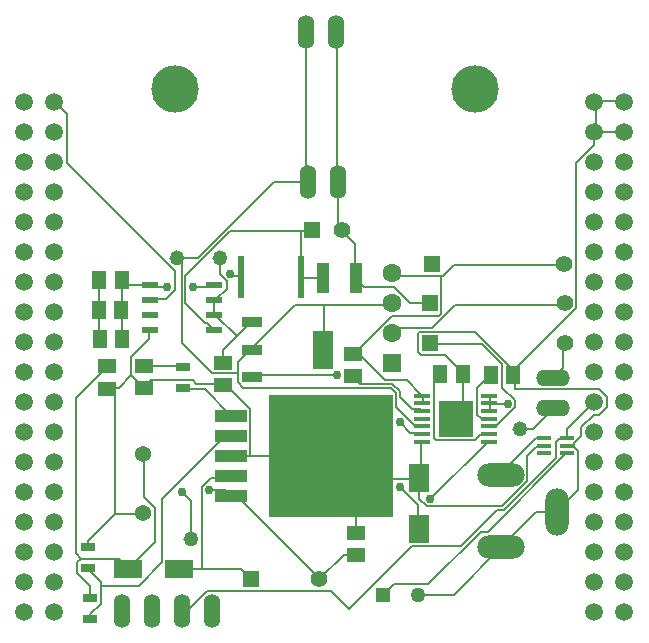
<source format=gtl>
G04*
G04 #@! TF.GenerationSoftware,Altium Limited,Altium Designer,22.8.2 (66)*
G04*
G04 Layer_Physical_Order=1*
G04 Layer_Color=255*
%FSLAX44Y44*%
%MOMM*%
G71*
G04*
G04 #@! TF.SameCoordinates,DB24DA2D-5A1C-4FC3-BAC6-6F5E0011B9E5*
G04*
G04*
G04 #@! TF.FilePolarity,Positive*
G04*
G01*
G75*
%ADD16R,1.1684X0.3556*%
G04:AMPARAMS|DCode=17|XSize=1.27mm|YSize=1.27mm|CornerRadius=0.635mm|HoleSize=0mm|Usage=FLASHONLY|Rotation=0.000|XOffset=0mm|YOffset=0mm|HoleType=Round|Shape=RoundedRectangle|*
%AMROUNDEDRECTD17*
21,1,1.2700,0.0000,0,0,0.0*
21,1,0.0000,1.2700,0,0,0.0*
1,1,1.2700,0.0000,0.0000*
1,1,1.2700,0.0000,0.0000*
1,1,1.2700,0.0000,0.0000*
1,1,1.2700,0.0000,0.0000*
%
%ADD17ROUNDEDRECTD17*%
%ADD18R,1.1057X2.5001*%
%ADD19R,0.5588X3.6068*%
%ADD20R,1.7000X2.3500*%
%ADD21R,1.2954X1.4986*%
%ADD22R,1.4986X1.2954*%
%ADD23R,1.1999X0.8001*%
%ADD24R,2.3299X1.5601*%
%ADD25R,1.4605X0.5334*%
%ADD26R,1.8001X3.1999*%
%ADD27R,1.8001X0.8999*%
%ADD28R,2.9972X3.0988*%
%ADD29R,1.4224X0.3556*%
%ADD30R,10.4648X10.4140*%
%ADD31R,2.6924X1.0160*%
%ADD66C,0.1524*%
%ADD67O,1.4224X2.8448*%
%ADD68C,1.3980*%
%ADD69R,1.3980X1.3980*%
%ADD70O,2.8448X1.4224*%
%ADD71C,1.6052*%
%ADD72R,1.6052X1.6052*%
%ADD73C,1.3970*%
%ADD74R,1.3970X1.3970*%
%ADD75C,1.4224*%
%ADD76R,1.4224X1.4224*%
%ADD77C,4.0051*%
%ADD78C,1.2700*%
%ADD79R,1.2700X1.2700*%
%ADD80C,1.3716*%
%ADD81O,2.0000X4.0000*%
%ADD82O,4.0000X2.0000*%
%ADD83C,1.5080*%
%ADD84C,0.7564*%
D16*
X484251Y158577D02*
D03*
Y165077D02*
D03*
Y171577D02*
D03*
X464693D02*
D03*
Y165077D02*
D03*
Y158577D02*
D03*
D17*
X444754Y179047D02*
D03*
X154178Y323827D02*
D03*
X190500Y324081D02*
D03*
X166370Y85829D02*
D03*
D18*
X306128Y306555D02*
D03*
X278072D02*
D03*
D19*
X259207Y308079D02*
D03*
X208661D02*
D03*
D20*
X359410Y137302D02*
D03*
Y94300D02*
D03*
D21*
X377444Y225529D02*
D03*
X396240D02*
D03*
X420370Y224767D02*
D03*
X439166D02*
D03*
X107696Y254993D02*
D03*
X88900D02*
D03*
X107188Y279631D02*
D03*
X88392D02*
D03*
X107442Y305285D02*
D03*
X88646D02*
D03*
D22*
X303276Y242547D02*
D03*
Y223751D02*
D03*
X193040Y235181D02*
D03*
Y216385D02*
D03*
X126492Y232387D02*
D03*
Y213591D02*
D03*
X306324Y91417D02*
D03*
Y72621D02*
D03*
X95250Y232133D02*
D03*
Y213337D02*
D03*
D23*
X79248Y61590D02*
D03*
Y79588D02*
D03*
X80772Y36154D02*
D03*
Y18156D02*
D03*
X159512Y213736D02*
D03*
Y231734D02*
D03*
D24*
X155765Y60683D02*
D03*
X112966D02*
D03*
D25*
X185991Y300713D02*
D03*
Y288013D02*
D03*
Y275313D02*
D03*
Y262613D02*
D03*
X131509D02*
D03*
Y275313D02*
D03*
Y288013D02*
D03*
Y300713D02*
D03*
D26*
X277904Y246357D02*
D03*
D27*
X217904Y223357D02*
D03*
Y246357D02*
D03*
Y269357D02*
D03*
D28*
X390398Y187937D02*
D03*
D29*
X418846Y207437D02*
D03*
Y200937D02*
D03*
Y194437D02*
D03*
Y187937D02*
D03*
Y181437D02*
D03*
Y174937D02*
D03*
Y168438D02*
D03*
X361950D02*
D03*
Y174937D02*
D03*
Y181437D02*
D03*
Y187937D02*
D03*
Y194437D02*
D03*
Y200937D02*
D03*
Y207437D02*
D03*
D30*
X284480Y156187D02*
D03*
D31*
X200152Y122151D02*
D03*
Y139169D02*
D03*
Y156187D02*
D03*
Y173205D02*
D03*
Y190223D02*
D03*
D66*
X472694Y222481D02*
X473964Y223243D01*
X481584Y250675D02*
X482473Y251945D01*
X473964Y223243D02*
X481584Y230863D01*
Y250675D01*
X306128Y306555D02*
X306324Y305539D01*
X367284Y285727D02*
X368173Y285473D01*
X306324Y305539D02*
X312420Y299443D01*
X338328D01*
X352044Y285727D01*
X367284D01*
X289560Y389359D02*
X290830Y388343D01*
X289052Y515089D02*
X289560Y514327D01*
Y389359D02*
Y514327D01*
X292608Y348211D02*
X293878Y347957D01*
X290830Y388343D02*
X291084Y387835D01*
Y349735D02*
X292608Y348211D01*
X291084Y349735D02*
Y387835D01*
X293878Y347957D02*
X294132Y346687D01*
X304800Y307063D02*
X306128Y306555D01*
X294132Y346687D02*
X304800Y336019D01*
Y307063D02*
Y336019D01*
X361188Y175999D02*
X361950Y174937D01*
X342900Y185143D02*
X352044Y175999D01*
X361188D01*
X336550Y260073D02*
X336804Y261343D01*
X481584Y284203D02*
X482473Y285473D01*
X336804Y261343D02*
X339852Y264391D01*
X370332D01*
X390144Y284203D01*
X481584D01*
X217904Y223357D02*
X217932Y224767D01*
X289560D01*
X368173Y251945D02*
X368808Y250675D01*
X418846Y181437D02*
X419100Y182095D01*
X368808Y250675D02*
X413004D01*
X429768Y233911D01*
Y214099D02*
Y233911D01*
Y214099D02*
X440436Y203431D01*
Y197335D02*
Y203431D01*
X425196Y182095D02*
X440436Y197335D01*
X419100Y182095D02*
X425196D01*
X277904Y246357D02*
X278892Y247627D01*
Y284203D01*
X154178Y323827D02*
X158496D01*
Y252199D02*
Y323827D01*
Y252199D02*
X184404Y226291D01*
X205740D01*
X263652Y387835D02*
X265430Y388343D01*
X263652Y514327D02*
Y515089D01*
Y387835D02*
Y514327D01*
X265176Y387835D02*
X265430Y388343D01*
X154178Y323827D02*
X155448D01*
X236220Y387835D02*
X263652D01*
X265176D01*
X172212Y323827D02*
X236220Y387835D01*
X155448Y323827D02*
X158496D01*
X172212D01*
X217904Y246357D02*
X217932Y247627D01*
X335280Y284203D02*
X336550Y285473D01*
X217932Y247627D02*
X254508Y284203D01*
X278892D02*
X335280D01*
X254508D02*
X278892D01*
X216408Y246103D02*
X217904Y246357D01*
X361188Y182095D02*
X361950Y181437D01*
X205740Y235435D02*
X216408Y246103D01*
X205740Y218671D02*
Y226291D01*
Y235435D01*
Y218671D02*
X210312Y214099D01*
X335280D01*
X339852Y209527D01*
Y197335D02*
Y209527D01*
Y197335D02*
X355092Y182095D01*
X361188D01*
X419100Y224767D02*
X420370D01*
X417576Y188191D02*
X418846Y187937D01*
X408432Y214099D02*
X419100Y224767D01*
X408432Y191239D02*
Y214099D01*
Y191239D02*
X411480Y188191D01*
X417576D01*
X376428Y224767D02*
X377444Y225529D01*
X417576Y174475D02*
X418846Y174937D01*
X371856Y220195D02*
X376428Y224767D01*
X371856Y171427D02*
Y220195D01*
Y171427D02*
X373380Y169903D01*
X406908D01*
X411480Y174475D01*
X417576D01*
X303276Y223243D02*
Y223751D01*
X361188Y195811D02*
X361950Y194437D01*
X303276Y223243D02*
X309372Y217147D01*
X336804D01*
X342900Y211051D01*
Y206479D02*
Y211051D01*
Y206479D02*
X353568Y195811D01*
X361188D01*
X303276Y242547D02*
X309372Y241531D01*
X377952Y276583D02*
Y308587D01*
X376428Y275059D02*
X377952Y276583D01*
X336804Y275059D02*
X376428D01*
X309372Y247627D02*
X336804Y275059D01*
X309372Y241531D02*
Y247627D01*
X336550Y310873D02*
X336804Y310111D01*
X481584Y317731D02*
X482346Y318493D01*
X336804Y310111D02*
X338328Y308587D01*
X377952D02*
X379476D01*
X338328D02*
X377952D01*
X379476D02*
X388620Y317731D01*
X481584D01*
X358140Y95227D02*
X359410Y94300D01*
X342900Y130279D02*
X358140Y115039D01*
Y95227D02*
Y115039D01*
X361188Y208003D02*
X361950Y207437D01*
X303276Y241531D02*
Y242547D01*
X348996Y220195D02*
X361188Y208003D01*
X330708Y220195D02*
X348996D01*
X309372Y241531D02*
X330708Y220195D01*
X303276Y241531D02*
X309372D01*
X361950Y207437D02*
X362712Y206479D01*
X361950Y200937D02*
X362712Y201907D01*
Y206479D01*
X88392Y304015D02*
X88646Y305285D01*
X88392Y279631D02*
Y304015D01*
Y255247D02*
X88900Y254993D01*
X88392Y255247D02*
Y279631D01*
X417576Y168379D02*
X418846Y168438D01*
X368808Y119611D02*
X417576Y168379D01*
X50546Y455930D02*
X51816Y454891D01*
X131509Y288013D02*
X132588Y288775D01*
X51816Y454891D02*
X60960Y445747D01*
Y404599D02*
Y445747D01*
Y404599D02*
X152400Y313159D01*
Y296395D02*
Y313159D01*
X144780Y288775D02*
X152400Y296395D01*
X132588Y288775D02*
X144780D01*
X185991Y275313D02*
X187452Y275059D01*
X204216Y258295D02*
X205740D01*
X187452Y275059D02*
X204216Y258295D01*
X216408Y268963D02*
X217904Y269357D01*
X193040Y235181D02*
X193548Y235435D01*
Y246103D02*
X205740Y258295D01*
X216408Y268963D01*
X193548Y235435D02*
Y246103D01*
X185928Y287251D02*
X185991Y288013D01*
X185928Y276583D02*
X185991Y275313D01*
X185928Y276583D02*
Y287251D01*
X185991Y288013D02*
X187452Y288775D01*
X190500Y323827D02*
Y324081D01*
X187452Y288775D02*
X196596Y297919D01*
Y304015D01*
X190500Y310111D02*
X196596Y304015D01*
X190500Y310111D02*
Y323827D01*
X158496Y232387D02*
X159512Y231734D01*
X126492Y232387D02*
X158496D01*
X89916Y46459D02*
X121920D01*
X79248Y60175D02*
Y61590D01*
X80772Y18156D02*
Y19027D01*
X79248Y60175D02*
X89916Y49507D01*
Y31219D02*
Y46459D01*
Y49507D01*
X80772Y22075D02*
X89916Y31219D01*
X80772Y19027D02*
Y22075D01*
X199644Y172951D02*
X200152Y173205D01*
X195072Y172951D02*
X199644D01*
X141732Y119611D02*
X195072Y172951D01*
X141732Y66271D02*
Y119611D01*
X121920Y46459D02*
X141732Y66271D01*
X199644Y191239D02*
X200152Y190223D01*
X159512Y213736D02*
X160020Y212575D01*
X178308D02*
X199644Y191239D01*
X160020Y212575D02*
X178308D01*
X418846Y200937D02*
X419100Y200383D01*
X418846Y194437D02*
X419100Y195811D01*
Y200383D01*
X166116Y86083D02*
X166370Y85829D01*
X112966Y60683D02*
X118872Y66271D01*
X135636Y83035D01*
X472440Y195811D02*
X472694Y197081D01*
X444754Y179047D02*
X445008D01*
X455676D02*
X472440Y195811D01*
X445008Y179047D02*
X455676D01*
X158496Y125707D02*
X166116Y118087D01*
Y86083D02*
Y118087D01*
X68580Y73891D02*
X73152Y69319D01*
X68580Y73891D02*
Y204955D01*
X112776Y61699D02*
X112966Y60683D01*
X80772Y36154D02*
Y37315D01*
X105156Y69319D02*
X112776Y61699D01*
X73152Y69319D02*
X105156D01*
X70104Y66271D02*
X73152Y69319D01*
X70104Y57127D02*
Y66271D01*
Y57127D02*
X80772Y46459D01*
Y37315D02*
Y46459D01*
X207264Y308587D02*
X208661Y308079D01*
X199644Y310111D02*
X201168Y308587D01*
X207264D01*
X125730Y157965D02*
X126492Y157711D01*
X135636Y83035D02*
Y111991D01*
X126492Y121135D02*
X135636Y111991D01*
X126492Y121135D02*
Y157711D01*
X94488Y230863D02*
X95250Y232133D01*
X68580Y204955D02*
X94488Y230863D01*
X418846Y200937D02*
X419100Y200383D01*
X434340D01*
X418846Y207437D02*
X419100Y206479D01*
X418846Y200937D02*
X419100Y201907D01*
Y206479D01*
X199644Y137899D02*
X200152Y139169D01*
X175260Y60175D02*
Y130279D01*
X182880Y137899D01*
X199644D01*
X216408Y52555D02*
X216916Y52047D01*
X155765Y60683D02*
X156972Y60175D01*
X208788D02*
X216408Y52555D01*
X156972Y60175D02*
X175260D01*
X208788D01*
X159004Y25123D02*
X160020D01*
X284988Y41887D02*
X300228Y26647D01*
X179832Y41887D02*
X284988D01*
X163068Y25123D02*
X179832Y41887D01*
X160020Y25123D02*
X163068D01*
X483108Y171427D02*
X484251Y171577D01*
X478536Y171427D02*
X483108D01*
X475488Y168379D02*
X478536Y171427D01*
X475488Y154663D02*
Y168379D01*
X431292Y110467D02*
X475488Y154663D01*
X425196Y110467D02*
X431292D01*
X394716Y79987D02*
X425196Y110467D01*
X353568Y79987D02*
X394716D01*
X300228Y26647D02*
X353568Y79987D01*
X507492Y201907D02*
X507746Y201930D01*
X484251Y171577D02*
X484632Y172951D01*
Y179047D02*
X507492Y201907D01*
X484632Y172951D02*
Y179047D01*
X428244Y140947D02*
X428498Y140198D01*
X463296Y171427D02*
X464693Y171577D01*
X428244Y140947D02*
X458724Y171427D01*
X463296D01*
X199644Y122659D02*
X200152Y122151D01*
X195072Y127231D02*
X199644Y122659D01*
X181356Y127231D02*
X195072D01*
X274320Y52555D02*
X274828Y52047D01*
X200152Y122151D02*
X201168Y121135D01*
X205740D02*
X274320Y52555D01*
X201168Y121135D02*
X205740D01*
X274828Y52047D02*
X275844Y52555D01*
X306324Y72367D02*
Y72621D01*
X275844Y52555D02*
X295656Y72367D01*
X306324D01*
X107188Y279631D02*
X108204D01*
X107696Y254993D02*
X108204Y255247D01*
Y279631D01*
X107442Y305285D02*
X111252Y300967D01*
X107188Y279631D02*
X108204D01*
Y297919D02*
X111252Y300967D01*
X108204Y279631D02*
Y297919D01*
X131509Y300713D02*
X132588Y299443D01*
X185928D02*
X185991Y300713D01*
X132588Y299443D02*
X146304D01*
X167640D02*
X185928D01*
X107442Y305285D02*
X108204Y304015D01*
X131064Y300967D02*
X131509Y300713D01*
X108204Y304015D02*
X111252Y300967D01*
X131064D01*
X328422Y38585D02*
X329184Y38839D01*
X483108Y157711D02*
X484251Y158577D01*
X329184Y38839D02*
X338328Y47983D01*
X367284D01*
X411480Y92179D01*
X417576D01*
X483108Y157711D01*
X79248Y79588D02*
Y79987D01*
Y84559D02*
X102108Y107419D01*
X79248Y79987D02*
Y84559D01*
X283464Y156187D02*
X284480D01*
X266700Y165331D02*
X275844Y156187D01*
X283464D01*
X358140Y136375D02*
X359410Y137302D01*
X284480Y156187D02*
X306324Y136375D01*
X358140D01*
X440436Y212575D02*
X512064D01*
X518160Y206479D01*
Y197335D02*
Y206479D01*
X512064Y191239D02*
X518160Y197335D01*
X507492Y191239D02*
X512064D01*
X496824Y180571D02*
X507492Y191239D01*
X496824Y172951D02*
Y180571D01*
X490728Y166855D02*
X496824Y172951D01*
X490728Y163807D02*
Y166855D01*
X438912Y227815D02*
X439166Y224767D01*
X507492Y430507D02*
X507746Y430530D01*
X438912Y227815D02*
X492252Y281155D01*
Y404599D01*
X507492Y419839D01*
Y430507D01*
X438912Y224767D02*
X439166D01*
X396240Y225529D02*
Y226291D01*
X438912Y227815D02*
Y229339D01*
Y224767D02*
Y227815D01*
X406908Y261343D02*
X438912Y229339D01*
X359664Y261343D02*
X406908D01*
X358140Y259819D02*
X359664Y261343D01*
X358140Y244579D02*
Y259819D01*
Y244579D02*
X361188Y241531D01*
X381000D01*
X396240Y226291D01*
X439166Y224767D02*
X440436D01*
Y212575D02*
Y224767D01*
X359410Y137302D02*
X359664Y137899D01*
X361188Y168379D02*
X361950Y168438D01*
X359664Y137899D02*
X361188Y139423D01*
Y168379D01*
X359410Y137302D02*
X359664Y136375D01*
X463296Y163807D02*
X464693Y165077D01*
X359664Y119611D02*
Y136375D01*
Y119611D02*
X365760Y113515D01*
X405384D02*
X429768D01*
X365760D02*
X405384D01*
X429768D02*
X451104Y134851D01*
Y156187D01*
X458724Y163807D01*
X463296D01*
X390398Y187937D02*
X391668Y188191D01*
X396240Y224767D02*
Y225529D01*
X391668Y188191D02*
X396240Y192763D01*
Y224767D01*
X507746Y455930D02*
X509016Y454891D01*
X507746Y430530D02*
X509016Y432031D01*
Y454891D01*
X531876Y456415D02*
X533146Y455930D01*
X507746D02*
X509016Y456415D01*
X531876D01*
Y430507D02*
X533146Y430530D01*
X507746D02*
X509016Y430507D01*
X531876D01*
X428498Y79197D02*
X429768Y79987D01*
X475488Y108943D02*
X476499Y109197D01*
X429768Y79987D02*
X458724Y108943D01*
X475488D01*
X428244Y78463D02*
X428498Y79197D01*
X358394Y38585D02*
X359664Y38839D01*
X388620D02*
X428244Y78463D01*
X359664Y38839D02*
X388620D01*
X476499Y109197D02*
X477012Y110467D01*
X484251Y165077D02*
X484632Y163807D01*
X477012Y110467D02*
X493776Y127231D01*
Y160759D01*
X490728Y163807D02*
X493776Y160759D01*
X484632Y163807D02*
X490728D01*
X95250Y213337D02*
X102108Y214099D01*
Y107419D02*
Y214099D01*
X193040Y216385D02*
X193548Y215623D01*
X216408Y156187D02*
Y195811D01*
X196596Y215623D02*
X216408Y195811D01*
X193548Y215623D02*
X196596D01*
X265176Y165331D02*
X265430Y166601D01*
X200152Y156187D02*
X201168D01*
X256032D02*
X265176Y165331D01*
X201168Y156187D02*
X216408D01*
X256032D01*
X306324Y91417D02*
Y92179D01*
Y136375D01*
X283464Y156187D02*
X284480D01*
X265430Y166601D02*
X266700Y165331D01*
X126492Y213591D02*
Y214099D01*
X192024Y217147D02*
X193040Y216385D01*
X126492Y214099D02*
X132588Y220195D01*
X167640D01*
X170688Y217147D01*
X192024D01*
X95250Y213337D02*
X96012Y214099D01*
X105156D02*
X115824Y224767D01*
X96012Y214099D02*
X102108D01*
X105156D01*
X126492Y213591D02*
Y214099D01*
X131064Y261343D02*
X131509Y262613D01*
X115824Y224767D02*
X126492Y214099D01*
X115824Y224767D02*
Y240007D01*
X131064Y255247D01*
Y261343D01*
X124968Y107419D02*
X125730Y107927D01*
X102108Y107419D02*
X124968D01*
X259080Y308587D02*
X259207Y308079D01*
X259080Y308587D02*
Y346687D01*
X268224D02*
X268478Y347957D01*
X185928Y262867D02*
X185991Y262613D01*
X199644Y346687D02*
X259080D01*
X268224D01*
X161544Y308587D02*
X199644Y346687D01*
X161544Y285727D02*
Y308587D01*
Y285727D02*
X178308Y268963D01*
X179832D01*
X185928Y262867D01*
X259207Y308079D02*
X260604Y307063D01*
X277368D02*
X278072Y306555D01*
X260604Y307063D02*
X277368D01*
D67*
X184404Y25123D02*
D03*
X159004D02*
D03*
X133604D02*
D03*
X108204D02*
D03*
X289052Y515089D02*
D03*
X263652D02*
D03*
X290830Y388343D02*
D03*
X265430D02*
D03*
D68*
X293878Y347957D02*
D03*
D69*
X268478D02*
D03*
D70*
X472694Y222481D02*
D03*
Y197081D02*
D03*
D71*
X336550Y310873D02*
D03*
Y285473D02*
D03*
Y260073D02*
D03*
D72*
Y234673D02*
D03*
D73*
X482473Y285473D02*
D03*
Y251945D02*
D03*
D74*
X368173Y285473D02*
D03*
Y251945D02*
D03*
D75*
X482346Y318493D02*
D03*
X274828Y52047D02*
D03*
D76*
X370586Y318493D02*
D03*
X216916Y52047D02*
D03*
D77*
X152400Y466575D02*
D03*
X406400D02*
D03*
D78*
X358394Y38585D02*
D03*
D79*
X328422D02*
D03*
D80*
X125730Y107927D02*
D03*
Y157965D02*
D03*
D81*
X476499Y109197D02*
D03*
D82*
X428498Y79197D02*
D03*
Y140198D02*
D03*
D83*
X507746Y24130D02*
D03*
X533146D02*
D03*
X507746Y49530D02*
D03*
X533146D02*
D03*
X507746Y100330D02*
D03*
X533146D02*
D03*
X507746Y74930D02*
D03*
X533146D02*
D03*
X25146Y24130D02*
D03*
X50546D02*
D03*
X25146Y49530D02*
D03*
X50546D02*
D03*
X25146Y100330D02*
D03*
X50546D02*
D03*
X25146Y74930D02*
D03*
X50546D02*
D03*
X507746Y125730D02*
D03*
X533146D02*
D03*
X507746Y151130D02*
D03*
X533146D02*
D03*
X25146Y125730D02*
D03*
X50546D02*
D03*
X25146Y151130D02*
D03*
X50546D02*
D03*
X507746Y455930D02*
D03*
X533146D02*
D03*
X507746Y430530D02*
D03*
X533146D02*
D03*
X507746Y405130D02*
D03*
X533146D02*
D03*
X507746Y379730D02*
D03*
X533146D02*
D03*
X507746Y354330D02*
D03*
X533146D02*
D03*
X507746Y328930D02*
D03*
X533146D02*
D03*
X507746Y303530D02*
D03*
X533146D02*
D03*
X507746Y278130D02*
D03*
X533146D02*
D03*
X507746Y252730D02*
D03*
X533146D02*
D03*
X507746Y227330D02*
D03*
X533146D02*
D03*
X507746Y201930D02*
D03*
X533146D02*
D03*
X507746Y176530D02*
D03*
X533146D02*
D03*
X25146Y455930D02*
D03*
X50546D02*
D03*
X25146Y430530D02*
D03*
X50546D02*
D03*
X25146Y405130D02*
D03*
X50546D02*
D03*
X25146Y379730D02*
D03*
X50546D02*
D03*
X25146Y354330D02*
D03*
X50546D02*
D03*
X25146Y328930D02*
D03*
X50546D02*
D03*
X25146Y303530D02*
D03*
X50546D02*
D03*
X25146Y278130D02*
D03*
X50546D02*
D03*
X25146Y252730D02*
D03*
X50546D02*
D03*
X25146Y227330D02*
D03*
X50546D02*
D03*
X25146Y201930D02*
D03*
X50546D02*
D03*
X25146Y176530D02*
D03*
X50546D02*
D03*
D84*
X342900Y185143D02*
D03*
X289560Y224767D02*
D03*
X342900Y130279D02*
D03*
X368808Y119611D02*
D03*
X158496Y125707D02*
D03*
X199644Y310111D02*
D03*
X434340Y200383D02*
D03*
X181356Y127231D02*
D03*
X146304Y299443D02*
D03*
X167640D02*
D03*
M02*

</source>
